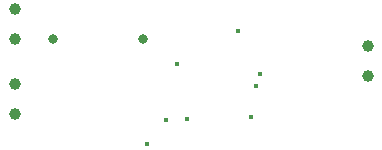
<source format=gbr>
%TF.GenerationSoftware,KiCad,Pcbnew,9.0.5*%
%TF.CreationDate,2025-11-28T10:22:19-08:00*%
%TF.ProjectId,project3_tiny_solar_power_supply,70726f6a-6563-4743-935f-74696e795f73,rev?*%
%TF.SameCoordinates,Original*%
%TF.FileFunction,Plated,1,2,PTH,Drill*%
%TF.FilePolarity,Positive*%
%FSLAX46Y46*%
G04 Gerber Fmt 4.6, Leading zero omitted, Abs format (unit mm)*
G04 Created by KiCad (PCBNEW 9.0.5) date 2025-11-28 10:22:19*
%MOMM*%
%LPD*%
G01*
G04 APERTURE LIST*
%TA.AperFunction,ViaDrill*%
%ADD10C,0.400000*%
%TD*%
%TA.AperFunction,ComponentDrill*%
%ADD11C,0.800000*%
%TD*%
%TA.AperFunction,ComponentDrill*%
%ADD12C,1.000000*%
%TD*%
G04 APERTURE END LIST*
D10*
X139140196Y-112673400D03*
X140701396Y-110654300D03*
X141615796Y-105879100D03*
X142492696Y-110515900D03*
X146783596Y-103135900D03*
X147935196Y-110420900D03*
X148321396Y-107758700D03*
X148626196Y-106742700D03*
D11*
%TO.C,J3*%
X131100196Y-103770900D03*
X138720196Y-103770900D03*
D12*
%TO.C,J4*%
X127925196Y-101230900D03*
X127925196Y-103770900D03*
%TO.C,J2*%
X127925196Y-107580900D03*
X127925196Y-110120900D03*
%TO.C,J1*%
X157770196Y-104405900D03*
X157770196Y-106945900D03*
M02*

</source>
